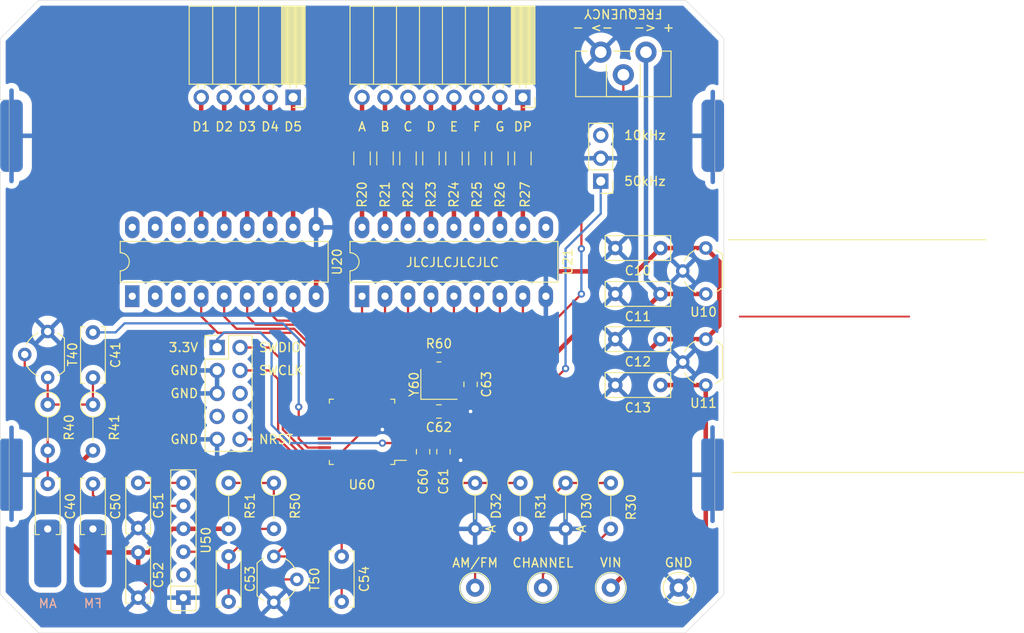
<source format=kicad_pcb>
(kicad_pcb (version 20211014) (generator pcbnew)
  (layers (0 "F.Cu" signal) (31 "B.Cu" signal) (34 "B.Paste" user) (35 "F.Paste" user) (36 "B.SilkS" user "B.Silkscreen") (37 "F.SilkS" user "F.Silkscreen") (38 "B.Mask" user) (39 "F.Mask" user) (44 "Edge.Cuts" user))
  (net 0 "")
  (net 1 "GND")
  (net 2 "D1")
  (net 3 "D2")
  (net 4 "D3")
  (net 5 "D4")
  (net 6 "D5")
  (net 7 "G")
  (net 8 "F")
  (net 9 "E")
  (net 10 "D")
  (net 11 "A")
  (net 12 "C")
  (net 13 "B")
  (net 14 "DP")
  (net 15 "+5V")
  (net 16 "FREQUENCY_CALIBRATION")
  (net 17 "SWDIO")
  (net 18 "SWCLK")
  (net 19 "SWO")
  (net 20 "NRST")
  (net 21 "DP_DP")
  (net 22 "DP_B")
  (net 23 "DP_C")
  (net 24 "DP_D")
  (net 25 "DP_E")
  (net 26 "DP_A")
  (net 27 "DP_F")
  (net 28 "DP_G")
  (net 30 "+3.3V")
  (net 33 "+10V")
  (net 34 "DP_D1")
  (net 35 "DP_D3")
  (net 36 "DP_D5")
  (net 37 "DP_D2")
  (net 38 "DP_D4")
  (net 39 "Net-(C50-Pad1)")
  (net 40 "Net-(C40-Pad1)")
  (net 41 "AM_FREQUENCY")
  (net 42 "Net-(C41-Pad2)")
  (net 43 "Net-(C53-Pad1)")
  (net 44 "Net-(C51-Pad1)")
  (net 45 "FM_FREQUENCY")
  (net 46 "Net-(C54-Pad2)")
  (net 47 "HSE_IN")
  (net 48 "HSE_OUT")
  (net 49 "AM")
  (net 50 "FM")
  (net 51 "Net-(C53-Pad2)")
  (net 52 "fm_channel")
  (net 53 "Net-(J2-Pad1)")
  (net 54 "am_fm")
  (net 55 "Net-(J3-Pad1)")
  (net 57 "mode")
  (net 58 "Net-(C63-Pad1)")
  (net 59 "Net-(R20-Pad2)")
  (net 60 "Net-(R21-Pad2)")
  (net 61 "Net-(R22-Pad2)")
  (net 62 "Net-(R23-Pad2)")
  (net 63 "Net-(R24-Pad2)")
  (net 64 "Net-(R25-Pad2)")
  (net 65 "Net-(R26-Pad2)")
  (net 66 "Net-(R27-Pad2)")
  (footprint "Zaehler-Modul:Solderpad_08x05" (layer "F.Cu") (at 28.75 72.5 90)
    (fp_text reference "J9" hide)
    (fp_text value "Conn_01x01")
  )
  (footprint "Capacitor_THT:C_Disc_D6.0mm_W2.5mm_P5.00mm" (layer "F.Cu") (at 40.25 81.1 -90)
    (fp_text reference "C52")
    (fp_text value "22nF")
  )
  (footprint "Resistor_THT:R_Axial_DIN0207_L6.3mm_D2.5mm_P5.08mm_Vertical" (layer "F.Cu") (at 55.25 73.41 -90)
    (fp_text reference "R50")
    (fp_text value "100k")
  )
  (footprint "Package_QFP:LQFP-48_7x7mm_P0.5mm" (layer "F.Cu") (at 65 67.75 180)
    (fp_text reference "U60")
    (fp_text value "STM32G030C8T6")
  )
  (footprint "Capacitor_THT:C_Rect_L7.0mm_W2.5mm_P5.00mm" (layer "F.Cu") (at 98 47.42 180)
    (fp_text reference "C10")
    (fp_text value "100nF")
  )
  (footprint "Package_TO_SOT_THT:TO-92_Wide" (layer "F.Cu") (at 103 62.58 90)
    (fp_text reference "U11")
    (fp_text value "L78L05")
  )
  (footprint "Resistor_SMD:R_1206_3216Metric" (layer "F.Cu") (at 82.78 37.5 -90)
    (fp_text reference "R27")
    (fp_text value "750")
  )
  (footprint "Capacitor_THT:C_Disc_D6.0mm_W2.5mm_P5.00mm" (layer "F.Cu") (at 50.25 81.54 -90)
    (fp_text reference "C53")
    (fp_text value "1nF")
  )
  (footprint "Capacitor_SMD:C_0805_2012Metric" (layer "F.Cu") (at 74 69.95 -90)
    (fp_text reference "C61")
    (fp_text value "100nF")
  )
  (footprint "Resistor_SMD:R_1206_3216Metric" (layer "F.Cu") (at 75.16 37.5 -90)
    (fp_text reference "R24")
    (fp_text value "750")
  )
  (footprint "Capacitor_THT:C_Disc_D6.0mm_W2.5mm_P5.00mm" (layer "F.Cu") (at 35.25 73.5 -90)
    (fp_text reference "C50")
    (fp_text value "1nF")
  )
  (footprint "Package_DIP:DIP-18_W7.62mm_LongPads" (layer "F.Cu") (at 65 52.75 90)
    (fp_text reference "U21")
    (fp_text value "ULN2803A")
  )
  (footprint "Connector_PinHeader_2.54mm:PinHeader_1x03_P2.54mm_Vertical" (layer "F.Cu") (at 91.39 40.025 180)
    (fp_text reference "J12" hide)
    (fp_text value "Mode")
  )
  (footprint "Package_TO_SOT_THT:TO-92_Wide" (layer "F.Cu") (at 55.25 81.54 -90)
    (fp_text reference "T50")
    (fp_text value "BC847")
  )
  (footprint "Capacitor_THT:C_Rect_L7.0mm_W2.5mm_P5.00mm" (layer "F.Cu") (at 98 62.58 180)
    (fp_text reference "C13")
    (fp_text value "100nF")
  )
  (footprint "Capacitor_THT:C_Disc_D6.0mm_W2.5mm_P5.00mm" (layer "F.Cu") (at 40.25 73.4 -90)
    (fp_text reference "C51")
    (fp_text value "1nF")
  )
  (footprint "Connector_PinHeader_2.54mm:PinHeader_2x05_P2.54mm_Vertical" (layer "F.Cu") (at 48.975 58.425)
    (fp_text reference "J5" hide)
    (fp_text value "SWD")
  )
  (footprint "Connector_PinSocket_2.54mm:PinSocket_1x08_P2.54mm_Horizontal" (layer "F.Cu") (at 82.78 30.75 -90)
    (fp_text reference "J8" hide)
    (fp_text value "Conn_01x08")
  )
  (footprint "Capacitor_SMD:C_0805_2012Metric" (layer "F.Cu") (at 71.75 69.95 -90)
    (fp_text reference "C60")
    (fp_text value "2.2µF")
  )
  (footprint "Capacitor_SMD:C_0805_2012Metric" (layer "F.Cu") (at 73.5 65.5)
    (fp_text reference "C62")
    (fp_text value "12pF")
  )
  (footprint "Zaehler-Modul:Solderpad_08x05" (layer "F.Cu") (at 101 72.5 -90)
    (fp_text reference "J13" hide)
    (fp_text value "Conn_01x01")
  )
  (footprint "Resistor_SMD:R_1206_3216Metric" (layer "F.Cu") (at 65 37.5 -90)
    (fp_text reference "R20")
    (fp_text value "750")
  )
  (footprint "Resistor_SMD:R_1206_3216Metric" (layer "F.Cu") (at 67.54 37.5 -90)
    (fp_text reference "R21")
    (fp_text value "750")
  )
  (footprint "TestPoint:TestPoint_Plated_Hole_D2.0mm" (layer "F.Cu") (at 85 85 180)
    (fp_text reference "J2" hide)
    (fp_text value "Conn_01x01")
  )
  (footprint "Resistor_THT:R_Axial_DIN0207_L6.3mm_D2.5mm_P5.08mm_Vertical" (layer "F.Cu") (at 82.5 73.41 -90)
    (fp_text reference "R31")
    (fp_text value "1k")
  )
  (footprint "Resistor_SMD:R_1206_3216Metric" (layer "F.Cu") (at 70.08 37.5 -90)
    (fp_text reference "R22")
    (fp_text value "750")
  )
  (footprint "Resistor_SMD:R_1206_3216Metric" (layer "F.Cu") (at 77.7 37.5 -90)
    (fp_text reference "R25")
    (fp_text value "750")
  )
  (footprint "Connector_PinSocket_2.54mm:PinSocket_1x05_P2.54mm_Horizontal" (layer "F.Cu") (at 57.38 30.75 -90)
    (fp_text reference "J7" hide)
    (fp_text value "Conn_01x05")
  )
  (footprint "TestPoint:TestPoint_Plated_Hole_D2.0mm" (layer "F.Cu") (at 100 85 180)
    (fp_text reference "J6" hide)
    (fp_text value "Conn_01x01")
  )
  (footprint "Potentiometer_THT:Potentiometer_Piher_PT-10-H01_Horizontal" (layer "F.Cu") (at 96.39 25.75 -90)
    (fp_text reference "RV60" hide)
    (fp_text value "100k")
  )
  (footprint "Package_DIP:DIP-18_W7.62mm_LongPads" (layer "F.Cu") (at 39.6 52.75 90)
    (fp_text reference "U20")
    (fp_text value "UDN2981")
  )
  (footprint "Capacitor_THT:C_Rect_L7.0mm_W2.5mm_P5.00mm" (layer "F.Cu") (at 98 57.5 180)
    (fp_text reference "C12")
    (fp_text value "100nF")
  )
  (footprint "Diode_THT:D_DO-35_SOD27_P5.08mm_Vertical_AnodeUp" (layer "F.Cu") (at 87.5 73.41 -90)
    (fp_text reference "D30")
    (fp_text value "D_Zener")
  )
  (footprint "Crystal:Crystal_SMD_3225-4Pin_3.2x2.5mm" (layer "F.Cu") (at 73.5 62.5)
    (fp_text reference "Y60")
    (fp_text value "16MHz")
  )
  (footprint "Capacitor_THT:C_Disc_D6.0mm_W2.5mm_P5.00mm" (layer "F.Cu") (at 35.25 56.75 -90)
    (fp_text reference "C41")
    (fp_text value "1nF")
  )
  (footprint "Capacitor_THT:C_Rect_L7.0mm_W2.5mm_P5.00mm" (layer "F.Cu") (at 98 52.5 180)
    (fp_text reference "C11")
    (fp_text value "100nF")
  )
  (footprint "Resistor_SMD:R_1206_3216Metric" (layer "F.Cu") (at 80.24 37.5 -90)
    (fp_text reference "R26")
    (fp_text value "750")
  )
  (footprint "Resistor_SMD:R_1206_3216Metric" (layer "F.Cu") (at 72.62 37.5 -90)
    (fp_text reference "R23")
    (fp_text value "750")
  )
  (footprint "Capacitor_THT:C_Disc_D6.0mm_W2.5mm_P5.00mm" (layer "F.Cu") (at 30.25 73.5 -90)
    (fp_text reference "C40")
    (fp_text value "1nF")
  )
  (footprint "Resistor_THT:R_Axial_DIN0207_L6.3mm_D2.5mm_P5.08mm_Vertical" (layer "F.Cu") (at 50.25 73.41 -90)
    (fp_text reference "R51")
    (fp_text value "1k")
  )
  (footprint "Resistor_THT:R_Axial_DIN0207_L6.3mm_D2.5mm_P5.08mm_Vertical" (layer "F.Cu") (at 92.5 73.41 -90)
    (fp_text reference "R30")
    (fp_text value "1k")
  )
  (footprint "Diode_THT:D_DO-35_SOD27_P5.08mm_Vertical_AnodeUp" (layer "F.Cu") (at 77.5 73.41 -90)
    (fp_text reference "D32")
    (fp_text value "D_Zener")
  )
  (footprint "Capacitor_THT:C_Disc_D6.0mm_W2.5mm_P5.00mm" (layer "F.Cu") (at 62.75 81.54 -90)
    (fp_text reference "C54")
    (fp_text value "1nF")
  )
  (footprint "Resistor_THT:R_Axial_DIN0207_L6.3mm_D2.5mm_P5.08mm_Vertical" (layer "F.Cu") (at 35.25 64.735 -90)
    (fp_text reference "R41")
    (fp_text value "1k")
  )
  (footprint "Resistor_SMD:R_0603_1608Metric" (layer "F.Cu") (at 73.5 59.5)
    (fp_text reference "R60")
    (fp_text value "47")
  )
  (footprint "Resistor_THT:R_Array_SIP6" (layer "F.Cu") (at 45.25 86.1 90)
    (fp_text reference "U50")
    (fp_text value "U813BS")
  )
  (footprint "TestPoint:TestPoint_Plated_Hole_D2.0mm" (layer "F.Cu") (at 77.5 85 180)
    (fp_text reference "J3" hide)
    (fp_text value "Conn_01x01")
  )
  (footprint "TestPoint:TestPoint_Plated_Hole_D2.0mm" (layer "F.Cu") (at 92.5 85 180)
    (fp_text reference "J4" hide)
    (fp_text value "Conn_01x01")
  )
  (footprint "Resistor_THT:R_Axial_DIN0207_L6.3mm_D2.5mm_P5.08mm_Vertical" (layer "F.Cu") (at 30.25 64.735 -90)
    (fp_text reference "R40")
    (fp_text value "100k")
  )
  (footprint "Package_TO_SOT_THT:TO-92_Wide" (layer "F.Cu") (at 103 52.5 90)
    (fp_text reference "U10")
    (fp_text value "L78L33")
  )
  (footprint "Package_TO_SOT_THT:TO-92_Wide" (layer "F.Cu") (at 30.25 61.735 90)
    (fp_text reference "T40")
    (fp_text value "BC847")
  )
  (footprint "Capacitor_SMD:C_0805_2012Metric" (layer "F.Cu") (at 77 62.5 -90)
    (fp_text reference "C63")
    (fp_text value "12pF")
  )
  (footprint "Zaehler-Modul:Solderpad_08x05" (layer "B.Cu") (at 101.15 35 90)
    (fp_text reference "J11" hide)
    (fp_text value "Conn_01x01")
  )
  (footprint "Zaehler-Modul:Solderpad_08x05" (layer "B.Cu") (at 28.75 35 -90)
    (fp_text reference "J10" hide)
    (fp_text value "Conn_01x01")
  )
  (footprint "Zaehler-Modul:Conn_01x02" (layer "B.Cu") (at 32.25 86.29 180)
    (fp_text reference "J1" hide)
    (fp_text value "Conn_01x02")
  )
  (gr_line (start 106.75 55) (end 125.5 55) (layer "F.Cu") (width 0.2))
  (gr_line (start 103.75 77.6) (end 103.75 76.1) (layer "B.Cu") (width 0.5))
  (gr_line (start 103.75 68.775) (end 103.75 67.275) (layer "B.Cu") (width 0.5))
  (gr_line (start 26.25 40) (end 26.25 38.5) (layer "B.Cu") (width 0.5))
  (gr_line (start 26.25 68.8) (end 26.25 67.3) (layer "B.Cu") (width 0.5))
  (gr_line (start 26.25 31.5) (end 26.25 30) (layer "B.Cu") (width 0.5))
  (gr_line (start 103.775 40.1) (end 103.775 38.6) (layer "B.Cu") (width 0.5))
  (gr_line (start 26.25 77.475) (end 26.25 75.975) (layer "B.Cu") (width 0.5))
  (gr_line (start 103.775 31.65) (end 103.775 30.15) (layer "B.Cu") (width 0.5))
  (gr_line (start 105.875 72.25) (end 138.125 72.25) (layer "F.SilkS") (width 0.12))
  (gr_line (start 105.5 46.5) (end 134 46.5) (layer "F.SilkS") (width 0.12))
  (gr_line (start 105 41.5) (end 105 68.5) (layer "Edge.Cuts") (width 0.05))
  (gr_line (start 105 24.25) (end 105 31) (layer "Edge.Cuts") (width 0.05))
  (gr_line (start 104 31) (end 104 39) (layer "Edge.Cuts") (width 0.05))
  (gr_line (start 25 31) (end 26 31) (layer "Edge.Cuts") (width 0.05))
  (gr_line (start 104 76.5) (end 104 68.5) (layer "Edge.Cuts") (width 0.05))
  (gr_line (start 105 39) (end 105 41.5) (layer "Edge.Cuts") (width 0.05))
  (gr_line (start 105 76.5) (end 105 85.75) (layer "Edge.Cuts") (width 0.05))
  (gr_line (start 25 68.5) (end 25 41.5) (layer "Edge.Cuts") (width 0.05))
  (gr_line (start 26 39) (end 25 39) (layer "Edge.Cuts") (width 0.05))
  (gr_line (start 26 76.5) (end 25 76.5) (layer "Edge.Cuts") (width 0.05))
  (gr_line (start 104 68.5) (end 105 68.5) (layer "Edge.Cuts") (width 0.05))
  (gr_line (start 100.75 20) (end 105 24.25) (layer "Edge.Cuts") (width 0.05))
  (gr_line (start 25 85.75) (end 29.25 90) (layer "Edge.Cuts") (width 0.05))
  (gr_line (start 25 85.75) (end 25 76.5) (layer "Edge.Cuts") (width 0.05))
  (gr_line (start 105 76.5) (end 104 76.5) (layer "Edge.Cuts") (width 0.05))
  (gr_line (start 25 24.25) (end 25 31) (layer "Edge.Cuts") (width 0.05))
  (gr_line (start 100.75 90) (end 105 85.75) (layer "Edge.Cuts") (width 0.05))
  (gr_line (start 26 68.5) (end 26 76.5) (layer "Edge.Cuts") (width 0.05))
  (gr_line (start 104 39) (end 105 39) (layer "Edge.Cuts") (width 0.05))
  (gr_line (start 26 31) (end 26 39) (layer "Edge.Cuts") (width 0.05))
  (gr_line (start 100.75 90) (end 29.25 90) (layer "Edge.Cuts") (width 0.05))
  (gr_line (start 25 24.25) (end 29.25 20) (layer "Edge.Cuts") (width 0.05))
  (gr_line (start 25 39) (end 25 41.5) (layer "Edge.Cuts") (width 0.05))
  (gr_line (start 25 68.5) (end 26 68.5) (layer "Edge.Cuts") (width 0.05))
  (gr_line (start 105 31) (end 104 31) (layer "Edge.Cuts") (width 0.05))
  (gr_line (start 29.25 20) (end 100.75 20) (layer "Edge.Cuts") (width 0.05))
  (gr_text "FM" (at 35.25 86.75) (layer "B.SilkS") (effects (font (size 1 1)) (justify mirror)))
  (gr_text "AM" (at 30.25 86.75) (layer "B.SilkS") (effects (font (size 1 1)) (justify mirror)))
  (gr_text "NRST" (at 53.515 68.585) (layer "F.SilkS") (effects (font (size 1 1)) (justify left)))
  (gr_text "CHANNEL" (at 85 82.25) (layer "F.SilkS") (effects (font (size 1 1))))
  (gr_text "GND" (at 46.975 63.505) (layer "F.SilkS") (effects (font (size 1 1)) (justify right)))
  (gr_text "VIN" (at 92.5 82.225) (layer "F.SilkS") (effects (font (size 1 1))))
  (gr_text "GND" (at 46.975 60.965) (layer "F.SilkS") (effects (font (size 1 1)) (justify right)))
  (gr_text "- <-   -> +" (at 93.89 23) (layer "F.SilkS") (effects (font (size 1 1))))
  (gr_text "AM/FM" (at 77.5 82.25) (layer "F.SilkS") (effects (font (size 1 1))))
  (gr_text "D" (at 72.62 34) (layer "F.SilkS") (effects (font (size 1 1))))
  (gr_text "D5" (at 57.38 34) (layer "F.SilkS") (effects (font (size 1 1))))
  (gr_text "E" (at 75.16 34) (layer "F.SilkS") (effects (font (size 1 1))))
  (gr_text "FREQUENCY" (at 93.89 21.5 180) (layer "F.SilkS") (effects (font (size 1 1))))
  (gr_text "A" (at 65 34) (layer "F.SilkS") (effects (font (size 1 1))))
  (gr_text "DP" (at 82.78 34) (layer "F.SilkS") (effects (font (size 1 1))))
  (gr_text "D1" (at 47.22 34) (layer "F.SilkS") (effects (font (size 1 1))))
  (gr_text "F" (at 77.7 34) (layer "F.SilkS") (effects (font (size 1 1))))
  (gr_text "G" (at 80.24 34) (layer "F.SilkS") (effects (font (size 1 1))))
  (gr_text "D4" (at 54.84 34) (layer "F.SilkS") (effects (font (size 1 1))))
  (gr_text "D3" (at 52.3 34) (layer "F.SilkS") (effects (font (size 1 1))))
  (gr_text "GND" (at 100 82.225) (layer "F.SilkS") (effects (font (size 1 1))))
  (gr_text "SWCLK" (at 53.515 60.965) (layer "F.SilkS") (effects (font (size 1 1)) (justify left)))
  (gr_text "B" (at 67.54 34) (layer "F.SilkS") (effects (font (size 1 1))))
  (gr_text "C" (at 70.08 34) (layer "F.SilkS") (effects (font (size 1 1))))
  (gr_text "JLCJLCJLCJLC" (at 75 49) (layer "F.SilkS") (effects (font (size 1 1))))
  (gr_text "SWDIO" (at 53.515 58.425) (layer "F.SilkS") (effects (font (size 1 1)) (justify left)))
  (gr_text "GND" (at 46.975 68.585) (layer "F.SilkS") (effects (font (size 1 1)) (justify right)))
  (gr_text "3.3V" (at 46.975 58.425) (layer "F.SilkS") (effects (font (size 1 1)) (justify right)))
  (gr_text "D2" (at 49.76 34) (layer "F.SilkS") (effects (font (size 1 1))))
  (gr_text "10kHz" (at 93.89 34.945) (layer "F.SilkS") (effects (font (size 1 1)) (justify left)))
  (gr_text "50kHz" (at 93.89 40.025) (layer "F.SilkS") (effects (font (size 1 1)) (justify left)))
  (segment (start 74.45 65.5) (end 77 65.5) (width 0.5) (layer "F.Cu") (net 1))
  (segment (start 74.45 63.5) (end 74.6 63.35) (width 0.5) (layer "F.Cu") (net 1))
  (segment (start 77 63.45) (end 74.7 63.45) (width 0.5) (layer "F.Cu") (net 1))
  (segment (start 77 65.5) (end 77 63.45) (width 0.5) (layer "F.Cu") (net 1))
  (segment (start 74 70.9) (end 75.9 70.9) (width 0.5) (layer "F.Cu") (net 1))
  (segment (start 72.4 61.65) (end 72.5 61.65) (width 0.2) (layer "F.Cu") (net 1))
  (segment (start 74.45 65.5) (end 74.45 63.5) (width 0.5) (layer "F.Cu") (net 1))
  (segment (start 72.5 61.65) (end 74.2 63.35) (width 0.2) (layer "F.Cu") (net 1))
  (segment (start 74.7 63.45) (end 74.6 63.35) (width 0.5) (layer "F.Cu") (net 1))
  (segment (start 71.75 70.9) (end 74 70.9) (width 0.5) (layer "F.Cu") (net 1))
  (segment (start 69.1625 67.5) (end 67.25 67.5) (width 0.25) (layer "F.Cu") (net 1))
  (segment (start 74.2 63.35) (end 74.6 63.35) (width 0.2) (layer "F.Cu") (net 1))
  (via (at 75.9 70.9) (size 0.8) (drill 0.4) (layers "F.Cu" "B.Cu") (net 1))
  (via (at 67.25 67.5) (size 0.8) (drill 0.4) (layers "F.Cu" "B.Cu") (net 1))
  (via (at 77 65.5) (size 0.8) (drill 0.4) (layers "F.Cu" "B.Cu") (net 1))
  (segment (start 47.22 30.75) (end 47.22 45.13) (width 0.5) (layer "F.Cu") (net 2))
  (segment (start 49.76 30.75) (end 49.76 45.13) (width 0.5) (layer "F.Cu") (net 3))
  (segment (start 52.3 30.75) (end 52.3 45.13) (width 0.5) (layer "F.Cu") (net 4))
  (segment (start 54.84 30.75) (end 54.84 45.13) (width 0.5) (layer "F.Cu") (net 5))
  (segment (start 57.38 30.75) (end 57.38 45.13) (width 0.5) (layer "F.Cu") (net 6))
  (segment (start 80.24 30.75) (end 80.24 36.0375) (width 0.5) (layer "F.Cu") (net 7))
  (segment (start 77.7 30.75) (end 77.7 36.0375) (width 0.5) (layer "F.Cu") (net 8))
  (segment (start 75.16 30.75) (end 75.16 36.0375) (width 0.5) (layer "F.Cu") (net 9))
  (segment (start 72.62 30.75) (end 72.62 36.0375) (width 0.5) (layer "F.Cu") (net 10))
  (segment (start 65 30.75) (end 65 36.0375) (width 0.5) (layer "F.Cu") (net 11))
  (segment (start 70.08 30.75) (end 70.08 36.0375) (width 0.5) (layer "F.Cu") (net 12))
  (segment (start 67.54 30.75) (end 67.54 36.0375) (width 0.5) (layer "F.Cu") (net 13))
  (segment (start 82.78 30.75) (end 82.78 36.0375) (width 0.5) (layer "F.Cu") (net 14))
  (segment (start 98 62.58) (end 103 62.58) (width 0.5) (layer "F.Cu") (net 15))
  (segment (start 45.25 78.48) (end 50.24 78.48) (width 0.5) (layer "F.Cu") (net 15))
  (segment (start 42.75 86) (end 40.25 83.5) (width 0.5) (layer "F.Cu") (net 15))
  (segment (start 40.25 81.1) (end 41.4 81.1) (width 0.5) (layer "F.Cu") (net 15))
  (segment (start 42.75 88.5) (end 42.75 86) (width 0.5) (layer "F.Cu") (net 15))
  (segment (start 50.24 78.48) (end 50.25 78.49) (width 0.5) (layer "F.Cu") (net 15))
  (segment (start 32.75 80) (end 33.85 81.1) (width 0.5) (layer "F.Cu") (net 15))
  (segment (start 64.5 89) (end 43.25 89) (width 0.5) (layer "F.Cu") (net 15))
  (segment (start 103 85.75) (end 100.75 88) (width 0.5) (layer "F.Cu") (net 15))
  (segment (start 32.75 72.315) (end 32.75 80) (width 0.5) (layer "F.Cu") (net 15))
  (segment (start 103 62.58) (end 103 85.75) (width 0.5) (layer "F.Cu") (net 15))
  (segment (start 40.25 83.5) (end 40.25 81.1) (width 0.5) (layer "F.Cu") (net 15))
  (segment (start 35.25 69.815) (end 32.75 72.315) (width 0.5) (layer "F.Cu") (net 15))
  (segment (start 33.85 81.1) (end 40.25 81.1) (width 0.5) (layer "F.Cu") (net 15))
  (segment (start 65.5 88) (end 64.5 89) (width 0.5) (layer "F.Cu") (net 15))
  (segment (start 44.02 78.48) (end 45.25 78.48) (width 0.5) (layer "F.Cu") (net 15))
  (segment (start 100.75 88) (end 65.5 88) (width 0.5) (layer "F.Cu") (net 15))
  (segment (start 43.25 89) (end 42.75 88.5) (width 0.5) (layer "F.Cu") (net 15))
  (segment (start 41.4 81.1) (end 44.02 78.48) (width 0.5) (layer "F.Cu") (net 15))
  (segment (start 89.25 52.5) (end 83.577208 58.172792) (width 0.25) (layer "F.Cu") (net 16))
  (segment (start 89.25 47.5) (end 89.25 33.25) (width 0.25) (layer "F.Cu") (net 16))
  (segment (start 70.5 59.886396) (end 72.213604 58.172792) (width 0.25) (layer "F.Cu") (net 16))
  (segment (start 93.89 30.36) (end 93.89 28.25) (width 0.25) (layer "F.Cu") (net 16))
  (segment (start 69.1625 65.5) (end 70.25 65.5) (width 0.25) (layer "F.Cu") (net 16))
  (segment (start 72.213604 58.172792) (end 83.077208 58.172792) (width 0.25) (layer "F.Cu") (net 16))
  (segment (start 83.577208 58.172792) (end 83.077208 58.172792) (width 0.25) (layer "F.Cu") (net 16))
  (segment (start 70.25 65.5) (end 70.5 65.25) (width 0.25) (layer "F.Cu") (net 16))
  (segment (start 92.75 31.5) (end 93.89 30.36) (width 0.25) (layer "F.Cu") (net 16))
  (segment (start 91 31.5) (end 92.75 31.5) (width 0.25) (layer "F.Cu") (net 16))
  (segment (start 89.25 33.25) (end 91 31.5) (width 0.25) (layer "F.Cu") (net 16))
  (segment (start 70.5 65.25) (end 70.5 59.886396) (width 0.25) (layer "F.Cu") (net 16))
  (via (at 89.25 52.5) (size 0.8) (drill 0.4) (layers "F.Cu" "B.Cu") (net 16))
  (via (at 89.25 47.5) (size 0.8) (drill 0.4) (layers "F.Cu" "B.Cu") (net 16))
  (segment (start 89.25 47.5) (end 89.25 52.5) (width 0.25) (layer "B.Cu") (net 16))
  (segment (start 56.25 59.95) (end 56.25 67.5) (width 0.25) (layer "F.Cu") (net 17))
  (segment (start 58.75 70) (end 60.8375 70) (width 0.25) (layer "F.Cu") (net 17))
  (segment (start 54.725 58.425) (end 56.25 59.95) (width 0.25) (layer "F.Cu") (net 17))
  (segment (start 56.25 67.5) (end 58.75 70) (width 0.25) (layer "F.Cu") (net 17))
  (segment (start 51.515 58.425) (end 54.725 58.425) (width 0.25) (layer "F.Cu") (net 17))
  (segment (start 58.5 70.5) (end 55.725 67.725) (width 0.25) (layer "F.Cu") (net 18))
  (segment (start 54.765 60.965) (end 51.515 60.965) (width 0.25) (layer "F.Cu") (net 18))
  (segment (start 55.725 61.925) (end 54.765 60.965) (width 0.25) (layer "F.Cu") (net 18))
  (segment (start 60.8375 70.5) (end 58.5 70.5) (width 0.25) (layer "F.Cu") (net 18))
  (segment (start 55.725 67.725) (end 55.725 61.925) (width 0.25) (layer "F.Cu") (net 18))
  (segment (start 69.1625 66) (end 66.75 66) (width 0.25) (layer "F.Cu") (net 20))
  (segment (start 58.5 71.25) (end 55.835 68.585) (width 0.25) (layer "F.Cu") (net 20))
  (segment (start 55.835 68.585) (end 51.515 68.585) (width 0.25) (layer "F.Cu") (net 20))
  (segment (start 66.75 66) (end 61.5 71.25) (width 0.25) (layer "F.Cu") (net 20))
  (segment (start 61.5 71.25) (end 58.5 71.25) (width 0.25) (layer "F.Cu") (net 20))
  (segment (start 80.777208 57.722792) (end 82.78 55.72) (width 0.25) (layer "F.Cu") (net 21))
  (segment (start 82.78 55.72) (end 82.78 52.75) (width 0.25) (layer "F.Cu") (net 21))
  (segment (start 69.1625 60.5875) (end 72.027208 57.722792) (width 0.25) (layer "F.Cu") (net 21))
  (segment (start 69.1625 60.5875) (end 69.1625 65) (width 0.25) (layer "F.Cu") (net 21))
  (segment (start 72.027208 57.722792) (end 80.777208 57.722792) (width 0.25) (layer "F.Cu") (net 21))
  (segment (start 65.25 60.681624) (end 67.54 58.391624) (width 0.25) (layer "F.Cu") (net 22))
  (segment (start 67.54 58.391624) (end 67.54 52.75) (width 0.25) (layer "F.Cu") (net 22))
  (segment (start 65.25 63.5875) (end 65.25 60.681624) (width 0.25) (layer "F.Cu") (net 22))
  (segment (start 65.75 63.5875) (end 65.75 60.81802) (width 0.25) (layer "F.Cu") (net 23))
  (segment (start 70.08 56.48802) (end 70.08 52.75) (width 0.25) (layer "F.Cu") (net 23))
  (segment (start 65.75 60.81802) (end 70.08 56.48802) (width 0.25) (layer "F.Cu") (net 23))
  (segment (start 66.25 60.954416) (end 72.62 54.584416) (width 0.25) (layer "F.Cu") (net 24))
  (segment (start 66.25 63.5875) (end 66.25 60.954416) (width 0.25) (layer "F.Cu") (net 24))
  (segment (start 72.62 54.584416) (end 72.62 52.75) (width 0.25) (layer "F.Cu") (net 24))
  (segment (start 75.16 55.34) (end 75.16 52.75) (width 0.25) (layer "F.Cu") (net 25))
  (segment (start 66.75 63.5875) (end 66.75 61.090812) (width 0.25) (layer "F.Cu") (net 25))
  (segment (start 66.75 61.090812) (end 71.46802 56.372792) (width 0.25) (layer "F.Cu") (net 25))
  (segment (start 71.46802 56.372792) (end 74.127208 56.372792) (width 0.25) (layer "F.Cu") (net 25))
  (segment (start 74.127208 56.372792) (end 75.16 55.34) (width 0.25) (layer "F.Cu") (net 25))
  (segment (start 64.75 60.5) (end 65 60.25) (width 0.25) (layer "F.Cu") (net 26))
  (segment (start 65 60.25) (end 65 52.75) (width 0.25) (layer "F.Cu") (net 26))
  (segment (start 64.75 63.5875) (end 64.75 60.5) (width 0.25) (layer "F.Cu") (net 26))
  (segment (start 67.25 61.227208) (end 71.654416 56.822792) (width 0.25) (layer "F.Cu") (net 27))
  (segment (start 76.177208 56.822792) (end 77.7 55.3) (width 0.25) (layer "F.Cu") (net 27))
  (segment (start 71.654416 56.822792) (end 76.177208 56.822792) (width 0.25) (layer "F.Cu") (net 27))
  (segment (start 67.25 63.5875) (end 67.25 61.227208) (width 0.25) (layer "F.Cu") (net 27))
  (segment (start 77.7 55.3) (end 77.7 52.75) (width 0.25) (layer "F.Cu") (net 27))
  (segment (start 67.75 61.363604) (end 67.75 63.5875) (width 0.25) (layer "F.Cu") (net 28))
  (segment (start 78.727208 57.272792) (end 71.840812 57.272792) (width 0.25) (layer "F.Cu") (net 28))
  (segment (start 71.840812 57.272792) (end 67.75 61.363604) (width 0.25) (layer "F.Cu") (net 28))
  (segment (start 80.24 55.76) (end 78.727208 57.272792) (width 0.25) (layer "F.Cu") (net 28))
  (segment (start 80.24 52.75) (end 80.24 55.76) (width 0.25) (layer "F.Cu") (net 28))
  (segment (start 69.1625 69) (end 74 69) (width 0.25) (layer "F.Cu") (net 30))
  (segment (start 69.1625 69) (end 67.25 69) (width 0.25) (layer "F.Cu") (net 30))
  (segment (start 98 52.5) (end 95.5 55) (width 0.5) (layer "F.Cu") (net 30))
  (segment (start 98 52.5) (end 103 52.5) (width 0.5) (layer "F.Cu") (net 30))
  (segment (start 90.5 55) (end 76.5 69) (width 0.5) (layer "F.Cu") (net 30))
  (segment (start 76.5 69) (end 74 69) (width 0.5) (layer "F.Cu") (net 30))
  (segment (start 69.1625 68) (end 69.1625 69) (width 0.25) (layer "F.Cu") (net 30))
  (segment (start 95.5 55) (end 90.5 55) (width 0.5) (layer "F.Cu") (net 30))
  (via (at 67.25 69) (size 0.8) (drill 0.4) (layers "F.Cu" "B.Cu") (net 30))
  (segment (start 96.39 50.89) (end 98 52.5) (width 0.5) (layer "B.Cu") (net 30))
  (segment (start 57 69) (end 67.25 69) (width 0.25) (layer "B.Cu") (net 30))
  (segment (start 49.75 56.75) (end 53.75 56.75) (width 0.25) (layer "B.Cu") (net 30))
  (segment (start 96.39 25.75) (end 96.39 50.89) (width 0.5) (layer "B.Cu") (net 30))
  (segment (start 55 67) (end 57 69) (width 0.25) (layer "B.Cu") (net 30))
  (segment (start 48.975 58.425) (end 48.975 57.525) (width 0.25) (layer "B.Cu") (net 30))
  (segment (start 55 58) (end 55 67) (width 0.25) (layer "B.Cu") (net 30))
  (segment (start 53.75 56.75) (end 55 58) (width 0.25) (layer "B.Cu") (net 30))
  (segment (start 48.975 57.525) (end 49.75 56.75) (width 0.25) (layer "B.Cu") (net 30))
  (segment (start 98 47.42) (end 103 47.42) (width 0.5) (layer "F.Cu") (net 33))
  (segment (start 98 57.5) (end 103 57.5) (width 0.5) (layer "F.Cu") (net 33))
  (segment (start 95.42 50) (end 61 50) (width 0.5) (layer "F.Cu") (net 33))
  (segment (start 95.5 82) (end 95.5 60) (width 0.5) (layer "F.Cu") (net 33))
  (segment (start 104.5 48.92) (end 104.5 56) (width 0.5) (layer "F.Cu") (net 33))
  (segment (start 98 47.42) (end 95.42 50) (width 0.5) (layer "F.Cu") (net 33))
  (segment (start 92.5 85) (end 95.5 82) (width 0.5) (layer "F.Cu") (net 33))
  (segment (start 95.5 60) (end 98 57.5) (width 0.5) (layer "F.Cu") (net 33))
  (segment (start 61 50) (end 59.92 51.08) (width 0.5) (layer "F.Cu") (net 33))
  (segment (start 104.5 56) (end 103 57.5) (width 0.5) (layer "F.Cu") (net 33))
  (segment (start 103 47.42) (end 104.5 48.92) (width 0.5) (layer "F.Cu") (net 33))
  (segment (start 59.92 51.08) (end 59.92 52.75) (width 0.5) (layer "F.Cu") (net 33))
  (segment (start 57.3 56.8) (end 49.05 56.8) (width 0.25) (layer "F.Cu") (net 34))
  (segment (start 47.22 54.97) (end 47.22 52.75) (width 0.25) (layer "F.Cu") (net 34))
  (segment (start 62.25 61.75) (end 57.3 56.8) (width 0.25) (layer "F.Cu") (net 34))
  (segment (start 62.25 63.5875) (end 62.25 61.75) (width 0.25) (layer "F.Cu") (net 34))
  (segment (start 49.05 56.8) (end 47.22 54.97) (width 0.25) (layer "F.Cu") (net 34))
  (segment (start 63.25 61.477208) (end 63.25 63.5875) (width 0.25) (layer "F.Cu") (net 35))
  (segment (start 53.25 55.9) (end 57.672792 55.9) (width 0.25) (layer "F.Cu") (net 35))
  (segment (start 52.3 52.75) (end 52.3 54.95) (width 0.25) (layer "F.Cu") (net 35))
  (segment (start 57.672792 55.9) (end 63.25 61.477208) (width 0.25) (layer "F.Cu") (net 35))
  (segment (start 52.3 54.95) (end 53.25 55.9) (width 0.25) (layer "F.Cu") (net 35))
  (segment (start 64.25 63.5875) (end 64.25 61.204416) (width 0.25) (layer "F.Cu") (net 36))
  (segment (start 57.38 54.334416) (end 57.38 52.75) (width 0.25) (layer "F.Cu") (net 36))
  (segment (start 64.25 61.204416) (end 57.38 54.334416) (width 0.25) (layer "F.Cu") (net 36))
  (segment (start 49.76 54.99) (end 51.12 56.35) (width 0.25) (layer "F.Cu") (net 37))
  (segment (start 62.75 61.613604) (end 62.75 63.5875) (width 0.25) (layer "F.Cu") (net 37))
  (segment (start 57.486396 56.35) (end 62.75 61.613604) (width 0.25) (layer "F.Cu") (net 37))
  (segment (start 51.12 56.35) (end 57.486396 56.35) (width 0.25) (layer "F.Cu") (net 37))
  (segment (start 49.76 52.75) (end 49.76 54.99) (width 0.25) (layer "F.Cu") (net 37))
  (segment (start 54.84 54.66) (end 54.84 52.75) (width 0.25) (layer "F.Cu") (net 38))
  (segment (start 57.859188 55.45) (end 63.75 61.340812) (width 0.25) (layer "F.Cu") (net 38))
  (segment (start 56.3 55.45) (end 55.63 55.45) (width 0.25) (layer "F.Cu") (net 38))
  (segment (start 63.75 61.340812) (end 63.75 61.75) (width 0.25) (layer "F.Cu") (net 38))
  (segment (start 63.75 63.5875) (end 63.75 61.75) (width 0.25) (layer "F.Cu") (net 38))
  (segment (start 56.3 55.45) (end 57.859188 55.45) (width 0.25) (layer "F.Cu") (net 38))
  (segment (start 55.63 55.45) (end 54.84 54.66) (width 0.25) (layer "F.Cu") (net 38))
  (segment (start 35.25 73.5) (end 35.25 74.75) (width 0.25) (layer "F.Cu") (net 39))
  (segment (start 36.44 75.94) (end 35.25 74.75) (width 0.25) (layer "F.Cu") (net 39))
  (segment (start 45.25 75.94) (end 36.44 75.94) (width 0.25) (layer "F.Cu") (net 39))
  (segment (start 30.25 67.75) (end 30.25 69.815) (width 0.25) (layer "F.Cu") (net 40))
  (segment (start 27.71 59.195) (end 27.71 65.21) (width 0.25) (layer "F.Cu") (net 40))
  (segment (start 30.25 73.5) (end 30.25 69.815) (width 0.25) (layer "F.Cu") (net 40))
  (segment (start 27.71 65.21) (end 30.25 67.75) (width 0.25) (layer "F.Cu") (net 40))
  (segment (start 59 69.5) (end 58 68.5) (width 0.25) (layer "F.Cu") (net 41))
  (segment (start 60.8375 69.5) (end 59 69.5) (width 0.25) (layer "F.Cu") (net 41))
  (segment (start 58 68.5) (end 58 65) (width 0.25) (layer "F.Cu") (net 41))
  (via (at 58 65) (size 0.8) (drill 0.4) (layers "F.Cu" "B.Cu") (net 41))
  (segment (start 58 65) (end 58 57.5) (width 0.25) (layer "B.Cu") (net 41))
  (segment (start 37.75 56.75) (end 35.25 56.75) (width 0.25) (layer "B.Cu") (net 41))
  (segment (start 58 57.5) (end 56.25 55.75) (width 0.25) (layer "B.Cu") (net 41))
  (segment (start 38.75 55.75) (end 37.75 56.75) (width 0.25) (layer "B.Cu") (net 41))
  (segment (start 56.25 55.75) (end 38.75 55.75) (width 0.25) (layer "B.Cu") (net 41))
  (segment (start 35.25 61.75) (end 35.25 64.735) (width 0.25) (layer "F.Cu") (net 42))
  (segment (start 30.25 61.735) (end 30.25 64.735) (width 0.25) (layer "F.Cu") (net 42))
  (segment (start 30.25 64.735) (end 35.25 64.735) (width 0.25) (layer "F.Cu") (net 42))
  (segment (start 50.25 83) (end 50.25 81.54) (width 0.25) (layer "F.Cu") (net 43))
  (segment (start 57.79 84.08) (end 51.33 84.08) (width 0.25) (layer "F.Cu") (net 43))
  (segment (start 53.3 78.49) (end 50.25 81.54) (width 0.25) (layer "F.Cu") (net 43))
  (segment (start 51.33 84.08) (end 50.25 83) (width 0.25) (layer "F.Cu") (net 43))
  (segment (start 55.25 78.49) (end 53.3 78.49) (width 0.25) (layer "F.Cu") (net 43))
  (segment (start 40.25 73.4) (end 45.25 73.4) (width 0.25) (layer "F.Cu") (net 44))
  (segment (start 62.75 75.5) (end 63.75 74.5) (width 0.25) (layer "F.Cu") (net 45))
  (segment (start 62.75 81.54) (end 62.75 75.5) (width 0.25) (layer "F.Cu") (net 45))
  (segment (start 63.75 74.5) (end 63.75 71.9125) (width 0.25) (layer "F.Cu") (net 45))
  (segment (start 55.25 75.75) (end 55.25 73.41) (width 0.25) (layer "F.Cu") (net 46))
  (segment (start 62.75 86.54) (end 62.75 84.5) (width 0.25) (layer "F.Cu") (net 46))
  (segment (start 62.75 84.5) (end 59.79 81.54) (width 0.25) (layer "F.Cu") (net 46))
  (segment (start 55.25 81.54) (end 57 79.79) (width 0.25) (layer "F.Cu") (net 46))
  (segment (start 59.79 81.54) (end 55.25 81.54) (width 0.25) (layer "F.Cu") (net 46))
  (segment (start 55.29 81.5) (end 55.25 81.54) (width 0.25) (layer "F.Cu") (net 46))
  (segment (start 57 79.79) (end 57 77.5) (width 0.25) (layer "F.Cu") (net 46))
  (segment (start 57 77.5) (end 55.25 75.75) (width 0.25) (layer "F.Cu") (net 46))
  (segment (start 50.25 73.41) (end 55.25 73.41) (width 0.25) (layer "F.Cu") (net 46))
  (segment (start 72.55 66.7) (end 72.55 65.5) (width 0.25) (layer "F.Cu") (net 47))
  (segment (start 69.1625 67) (end 72.25 67) (width 0.25) (layer "F.Cu") (net 47))
  (segment (start 72.25 67) (end 72.55 66.7) (width 0.25) (layer "F.Cu") (net 47))
  (segment (start 72.55 65.5) (end 72.55 63.5) (width 0.25) (layer "F.Cu") (net 47))
  (segment (start 72.55 63.5) (end 72.4 63.35) (width 0.25) (layer "F.Cu") (net 47))
  (segment (start 71.75 59.5) (end 71 60.25) (width 0.25) (layer "F.Cu") (net 48))
  (segment (start 71 66) (end 71 60.25) (width 0.25) (layer "F.Cu") (net 48))
  (segment (start 70.5 66.5) (end 71 66) (width 0.25) (layer "F.Cu") (net 48))
  (segment (start 71.75 59.5) (end 72.675 59.5) (width 0.25) (layer "F.Cu") (net 48))
  (segment (start 69.1625 66.5) (end 70.5 66.5) (width 0.25) (layer "F.Cu") (net 48))
  (segment (start 50.25 84.5) (end 50.25 86.54) (width 0.25) (layer "F.Cu") (net 51))
  (segment (start 46.77 81.02) (end 50.25 84.5) (width 0.25) (layer "F.Cu") (net 51))
  (segment (start 45.25 81.02) (end 46.77 81.02) (width 0.25) (layer "F.Cu") (net 51))
  (segment (start 92.5 73.41) (end 87.5 73.41) (width 0.25) (layer "F.Cu") (net 52))
  (segment (start 85.91 75) (end 69 75) (width 0.25) (layer "F.Cu") (net 52))
  (segment (start 87.5 73.41) (end 85.91 75) (width 0.25) (layer "F.Cu") (net 52))
  (segment (start 67.25 73.25) (end 67.25 71.9125) (width 0.25) (layer "F.Cu") (net 52))
  (segment (start 69 75) (end 67.25 73.25) (width 0.25) (layer "F.Cu") (net 52))
  (segment (start 88.99 82) (end 86.5 82) (width 0.25) (layer "F.Cu") (net 53))
  (segment (start 92.5 78.49) (end 88.99 82) (width 0.25) (layer "F.Cu") (net 53))
  (segment (start 85 83.5) (end 85 85) (width 0.25) (layer "F.Cu") (net 53))
  (segment (start 86.5 82) (end 85 83.5) (width 0.25) (layer "F.Cu") (net 53))
  (segment (start 77.5 73.41) (end 68.16 73.41) (width 0.25) (layer "F.Cu") (net 54))
  (segment (start 67.75 73) (end 67.75 71.9125) (width 0.25) (layer "F.Cu") (net 54))
  (segment (start 68.16 73.41) (end 67.75 73) (width 0.25) (layer "F.Cu") (net 54))
  (segment (start 82.5 73.41) (end 77.5 73.41) (width 0.25) (layer "F.Cu") (net 54))
  (segment (start 82.5 80.75) (end 82.5 78.49) (width 0.25) (layer "F.Cu") (net 55))
  (segment (start 77.5 85) (end 77.5 83.25) (width 0.25) (layer "F.Cu") (net 55))
  (segment (start 78.75 82) (end 81.25 82) (width 0.25) (layer "F.Cu") (net 55))
  (segment (start 77.5 83.25) (end 78.75 82) (width 0.25) (layer "F.Cu") (net 55))
  (segment (start 81.25 82) (end 82.5 80.75) (width 0.25) (layer "F.Cu") (net 55))
  (segment (start 69.1625 71.6625) (end 69.75 72.25) (width 0.25) (layer "F.Cu") (net 57))
  (segment (start 69.75 72.25) (end 74.25 72.25) (width 0.25) (layer "F.Cu") (net 57))
  (segment (start 74.25 72.25) (end 74.75 72.25) (width 0.25) (layer "F.Cu") (net 57))
  (segment (start 74.25 72.25) (end 76 72.25) (width 0.25) (layer "F.Cu") (net 57))
  (segment (start 74.75 72.25) (end 75.25 72.25) (width 0.25) (layer "F.Cu") (net 57))
  (segment (start 76 72.25) (end 87.5 60.75) (width 0.25) (layer "F.Cu") (net 57))
  (segment (start 75.25 72.25) (end 76 72.25) (width 0.25) (layer "F.Cu") (net 57))
  (segment (start 69.1625 70.5) (end 69.1625 71.6625) (width 0.25) (layer "F.Cu") (net 57))
  (via (at 87.5 60.75) (size 0.8) (drill 0.4) (layers "F.Cu" "B.Cu") (net 57))
  (segment (start 91.39 43.61) (end 87.5 47.5) (width 0.25) (layer "B.Cu") (net 57))
  (segment (start 87.5 47.5) (end 87.5 60.75) (width 0.25) (layer "B.Cu") (net 57))
  (segment (start 91.39 40.025) (end 91.39 43.61) (width 0.25) (layer "B.Cu") (net 57))
  (segment (start 74.325 61.375) (end 74.6 61.65) (width 0.25) (layer "F.Cu") (net 58))
  (segment (start 74.325 59.5) (end 74.325 61.375) (width 0.25) (layer "F.Cu") (net 58))
  (segment (start 77 61.55) (end 74.7 61.55) (width 0.25) (layer "F.Cu") (net 58))
  (segment (start 74.7 61.55) (end 74.6 61.65) (width 0.25) (layer "F.Cu") (net 58))
  (segment (start 65 38.9625) (end 65 45.13) (width 0.5) (layer "F.Cu") (net 59))
  (segment (start 67.54 38.9625) (end 67.54 45.13) (width 0.5) (layer "F.Cu") (net 60))
  (segment (start 70.08 38.9625) (end 70.08 45.13) (width 0.5) (layer "F.Cu") (net 61))
  (segment (start 72.62 38.9625) (end 72.62 45.13) (width 0.5) (layer "F.Cu") (net 62))
  (segment (start 75.16 38.9625) (end 75.16 45.13) (width 0.5) (layer "F.Cu") (net 63))
  (segment (start 77.7 38.9625) (end 77.7 45.13) (width 0.5) (layer "F.Cu") (net 64))
  (segment (start 80.24 38.9625) (end 80.24 45.13) (width 0.5) (layer "F.Cu") (net 65))
  (segment (start 82.78 38.9625) (end 82.78 45.13) (width 0.5) (layer "F.Cu") (net 66))
  (zone (net 1) (net_name "GND") (layer "B.Cu") (connect_pads (clearance 0.6)) (min_thickness 0.3) (fill yes (thermal_gap 1) (thermal_bridge_width 0.5))
    (polygon (pts (xy 105 90) (xy 25 90) (xy 25 20) (xy 105 20)))
  )
)
</source>
